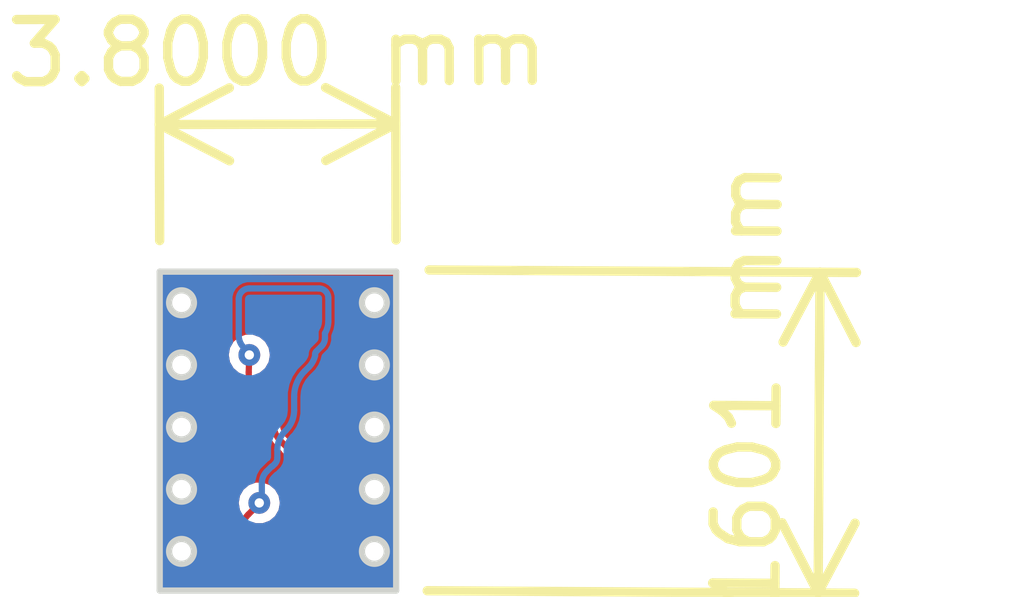
<source format=kicad_pcb>
(kicad_pcb (version 20221018) (generator pcbnew)
  (layers (0 "F.Cu" signal) (31 "B.Cu" signal) (34 "B.Paste" user) (35 "F.Paste" user) (36 "B.SilkS" user "B.Silkscreen") (37 "F.SilkS" user "F.Silkscreen") (38 "B.Mask" user) (39 "F.Mask" user) (44 "Edge.Cuts" user))
  (net 0 "")
  (footprint "nerve_cuff_pads:small_pad_nerve_cuff" (layer "F.Cu") (at 93.89 29.96)
    (fp_text reference "REF**" hide)
    (fp_text value "small_pad_nerve_cuff" hide)
    (pad "1" smd roundrect (at 0 0) (size 0.3 0.3) (layers "F.Cu" "F.Paste" "F.Mask"))
  )
  (footprint "nerve_cuff_pads:small_pad_nerve_cuff" (layer "F.Cu") (at 93.68 29.25)
    (fp_text reference "REF**" hide)
    (fp_text value "small_pad_nerve_cuff" hide)
    (pad "1" smd roundrect (at 0 0) (size 0.3 0.3) (layers "F.Cu" "F.Paste" "F.Mask"))
  )
  (gr_circle (center 91.65 27) (end 91.85 27) (stroke (width 0.1)) (fill none) (layer "Edge.Cuts"))
  (gr_circle (center 91.65 29) (end 91.85 29) (stroke (width 0.1)) (fill none) (layer "Edge.Cuts"))
  (gr_circle (center 91.65 28) (end 91.85 28) (stroke (width 0.1)) (fill none) (layer "Edge.Cuts"))
  (gr_line (start 91.3 25.5) (end 91.3 30.63) (stroke (width 0.1)) (layer "Edge.Cuts"))
  (gr_circle (center 94.75 26) (end 94.95 26) (stroke (width 0.1)) (fill none) (layer "Edge.Cuts"))
  (gr_circle (center 94.75 29) (end 94.95 29) (stroke (width 0.1)) (fill none) (layer "Edge.Cuts"))
  (gr_circle (center 94.75 28) (end 94.95 28) (stroke (width 0.1)) (fill none) (layer "Edge.Cuts"))
  (gr_circle (center 91.65 26) (end 91.85 26) (stroke (width 0.1)) (fill none) (layer "Edge.Cuts"))
  (gr_line (start 95.1 25.5) (end 95.1 30.63) (stroke (width 0.1)) (layer "Edge.Cuts"))
  (gr_circle (center 94.75 30) (end 94.95 30) (stroke (width 0.1)) (fill none) (layer "Edge.Cuts"))
  (gr_line (start 91.3 25.5) (end 95.1 25.5) (stroke (width 0.1)) (layer "Edge.Cuts"))
  (gr_circle (center 94.75 27) (end 94.95 27) (stroke (width 0.1)) (fill none) (layer "Edge.Cuts"))
  (gr_line (start 91.3 30.63) (end 95.1 30.63) (stroke (width 0.1)) (layer "Edge.Cuts"))
  (gr_circle (center 91.65 30) (end 91.85 30) (stroke (width 0.1)) (fill none) (layer "Edge.Cuts"))
  (dimension (type aligned) (layer "F.SilkS") (pts (xy 95.13 25.47) (xy 95.1 30.63)) (height -6.782918) (gr_text "5.1601 mm" (at 100.747822 28.082749 89.66688876) (layer "F.SilkS") (effects (font (size 1 1) (thickness 0.15)))) (format (prefix "") (suffix "") (units 3) (units_format 1) (precision 4)) (style (thickness 0.15) (arrow_length 1.27) (text_position_mode 0) (extension_height 0.58642) (extension_offset 0.5) keep_text_aligned))
  (dimension (type aligned) (layer "F.SilkS") (pts (xy 91.3 25.5) (xy 95.1 25.49)) (height -2.366984) (gr_text "3.8000 mm" (at 93.190745 21.978028 0.1507780191) (layer "F.SilkS") (effects (font (size 1 1) (thickness 0.15)))) (format (prefix "") (suffix "") (units 3) (units_format 1) (precision 4)) (style (thickness 0.15) (arrow_length 1.27) (text_position_mode 0) (extension_height 0.58642) (extension_offset 0.5) keep_text_aligned))
  (segment (start 92.836464 29.293535) (end 92.725 29.405) (width 0.1) (layer "F.Cu") (net 0))
  (segment (start 93.13 27.8775) (end 93.13 27.955) (width 0.1) (layer "F.Cu") (net 0))
  (segment (start 92.61 29.682634) (end 92.61 30.103933) (width 0.1) (layer "F.Cu") (net 0))
  (segment (start 93.739289 30.36) (end 92.866066 30.36) (width 0.1) (layer "F.Cu") (net 0))
  (segment (start 93.47 28.690416) (end 93.47 28.806654) (width 0.1) (layer "F.Cu") (net 0))
  (segment (start 93.91 29.967781) (end 93.91 30.189289) (width 0.1) (layer "F.Cu") (net 0))
  (segment (start 92.74 26.84) (end 92.73 26.84) (width 0.1) (layer "F.Cu") (net 0))
  (segment (start 93.655043 29.225043) (end 93.635 29.205) (width 0.1) (layer "F.Cu") (net 0))
  (segment (start 92.853535 29.286464) (end 92.899999 29.239999) (width 0.1) (layer "F.Cu") (net 0))
  (segment (start 92.74 26.84) (end 92.73 27.12) (width 0.1) (layer "F.Cu") (net 0))
  (segment (start 93.239601 28.219601) (end 93.3 28.28) (width 0.1) (layer "F.Cu") (net 0))
  (segment (start 92.927989 27.597989) (end 93.075199 27.745199) (width 0.1) (layer "F.Cu") (net 0))
  (via (at 92.9 29.22) (size 0.35) (drill 0.15) (layers "F.Cu" "B.Cu") (net 0))
  (via (at 92.74 26.84) (size 0.35) (drill 0.15) (layers "F.Cu" "B.Cu") (net 0))
  (arc (start 92.61 30.103933) (mid 92.629491 30.201925) (end 92.685 30.285) (width 0.1) (layer "F.Cu") (net 0))
  (arc (start 92.927989 27.597989) (mid 92.781455 27.378686) (end 92.73 27.12) (width 0.1) (layer "F.Cu") (net 0))
  (arc (start 93.86 30.31) (mid 93.897005 30.254617) (end 93.91 30.189289) (width 0.1) (layer "F.Cu") (net 0))
  (arc (start 93.075199 27.745199) (mid 93.115757 27.805899) (end 93.13 27.8775) (width 0.1) (layer "F.Cu") (net 0))
  (arc (start 93.86 30.31) (mid 93.804617 30.347005) (end 93.739289 30.36) (width 0.1) (layer "F.Cu") (net 0))
  (arc (start 93.239601 28.219601) (mid 93.158484 28.098201) (end 93.13 27.955) (width 0.1) (layer "F.Cu") (net 0))
  (arc (start 92.725 29.405) (mid 92.639887 29.532379) (end 92.61 29.682634) (width 0.1) (layer "F.Cu") (net 0))
  (arc (start 93.3 28.28) (mid 93.425818 28.4683) (end 93.47 28.690416) (width 0.1) (layer "F.Cu") (net 0))
  (arc (start 92.836464 29.293535) (mid 92.84038 29.290918) (end 92.845 29.29) (width 0.1) (layer "F.Cu") (net 0))
  (arc (start 92.853535 29.286464) (mid 92.849619 29.289081) (end 92.845 29.29) (width 0.1) (layer "F.Cu") (net 0))
  (arc (start 92.866066 30.36) (mid 92.768073 30.340508) (end 92.685 30.285) (width 0.1) (layer "F.Cu") (net 0))
  (arc (start 93.635 29.205) (mid 93.512882 29.022237) (end 93.47 28.806654) (width 0.1) (layer "F.Cu") (net 0))
  (segment (start 93.955638 26.567374) (end 93.955638 26.490386) (width 0.1) (layer "B.Cu") (net 0))
  (segment (start 93.318059 28.06194) (end 93.324999 28.054999) (width 0.1) (layer "B.Cu") (net 0))
  (segment (start 93.46 27.510416) (end 93.46 27.729081) (width 0.1) (layer "B.Cu") (net 0))
  (segment (start 93.901199 26.6988) (end 93.814528 26.785471) (width 0.1) (layer "B.Cu") (net 0))
  (segment (start 92.57 25.94071) (end 92.57 26.526862) (width 0.1) (layer "B.Cu") (net 0))
  (segment (start 92.940868 29.119289) (end 92.940868 28.904732) (width 0.1) (layer "B.Cu") (net 0))
  (segment (start 93.697469 27.03253) (end 93.63 27.1) (width 0.1) (layer "B.Cu") (net 0))
  (segment (start 94.01 26.298578) (end 94.01 25.923639) (width 0.1) (layer "B.Cu") (net 0))
  (segment (start 93.796638 26.828662) (end 93.796638 26.853963) (width 0.1) (layer "B.Cu") (net 0))
  (segment (start 92.65 26.72) (end 92.73 26.8) (width 0.1) (layer "B.Cu") (net 0))
  (segment (start 93.149567 28.592641) (end 93.109134 28.633074) (width 0.1) (layer "B.Cu") (net 0))
  (segment (start 93.020435 28.712641) (end 93.100002 28.633074) (width 0.1) (layer "B.Cu") (net 0))
  (segment (start 93.19 28.371104) (end 93.19 28.495027) (width 0.1) (layer "B.Cu") (net 0))
  (segment (start 93.85636 25.77) (end 92.74071 25.77) (width 0.1) (layer "B.Cu") (net 0))
  (arc (start 92.62 25.82) (mid 92.582994 25.875382) (end 92.57 25.94071) (width 0.1) (layer "B.Cu") (net 0))
  (arc (start 93.149567 28.592641) (mid 93.179491 28.547855) (end 93.19 28.495027) (width 0.1) (layer "B.Cu") (net 0))
  (arc (start 93.19 28.371104) (mid 93.223281 28.203785) (end 93.318059 28.06194) (width 0.1) (layer "B.Cu") (net 0))
  (arc (start 93.020435 28.712641) (mid 92.961546 28.800773) (end 92.940868 28.904732) (width 0.1) (layer "B.Cu") (net 0))
  (arc (start 92.940868 29.119289) (mid 92.927873 29.184617) (end 92.890867 29.239999) (width 0.1) (layer "B.Cu") (net 0))
  (arc (start 92.62 25.82) (mid 92.675382 25.782994) (end 92.74071 25.77) (width 0.1) (layer "B.Cu") (net 0))
  (arc (start 93.796638 26.828662) (mid 93.801287 26.805287) (end 93.814528 26.785471) (width 0.1) (layer "B.Cu") (net 0))
  (arc (start 93.85636 25.77) (mid 93.915155 25.781695) (end 93.965 25.815) (width 0.1) (layer "B.Cu") (net 0))
  (arc (start 94.01 26.298578) (mid 93.995303 26.39769) (end 93.955638 26.490386) (width 0.1) (layer "B.Cu") (net 0))
  (arc (start 93.46 27.510416) (mid 93.504181 27.2883) (end 93.63 27.1) (width 0.1) (layer "B.Cu") (net 0))
  (arc (start 93.965 25.815) (mid 93.998304 25.864844) (end 94.01 25.923639) (width 0.1) (layer "B.Cu") (net 0))
  (arc (start 93.46 27.729081) (mid 93.424914 27.905466) (end 93.324999 28.054999) (width 0.1) (layer "B.Cu") (net 0))
  (arc (start 93.901199 26.6988) (mid 93.941489 26.638501) (end 93.955638 26.567374) (width 0.1) (layer "B.Cu") (net 0))
  (arc (start 92.65 26.72) (mid 92.590791 26.631387) (end 92.57 26.526862) (width 0.1) (layer "B.Cu") (net 0))
  (arc (start 93.796638 26.853963) (mid 93.758658 26.950015) (end 93.697469 27.03253) (width 0.1) (layer "B.Cu") (net 0))
  (zone (net 0) (net_name "") (layer "F.Cu") (connect_pads (clearance 0.01)) (min_thickness 0.1) (fill yes (thermal_gap 0.05) (thermal_bridge_width 0.1) (island_removal_mode 1) (island_area_min 10))
    (polygon (pts (xy 91.33 25.54) (xy 91.32 30.63) (xy 95.11 30.63) (xy 95.1 25.5) (xy 91.33 25.52) (xy 91.33 25.6)))
  )
  (zone (net 0) (net_name "") (layer "B.Cu") (priority 1) (connect_pads (clearance 0.01)) (min_thickness 0.1) (fill yes (thermal_gap 0.05) (thermal_bridge_width 0.1) (island_removal_mode 1) (island_area_min 10))
    (polygon (pts (xy 91.33 25.54) (xy 91.32 30.61) (xy 95.09 30.64) (xy 95.11 25.57) (xy 91.37 25.54)))
  )
)
</source>
